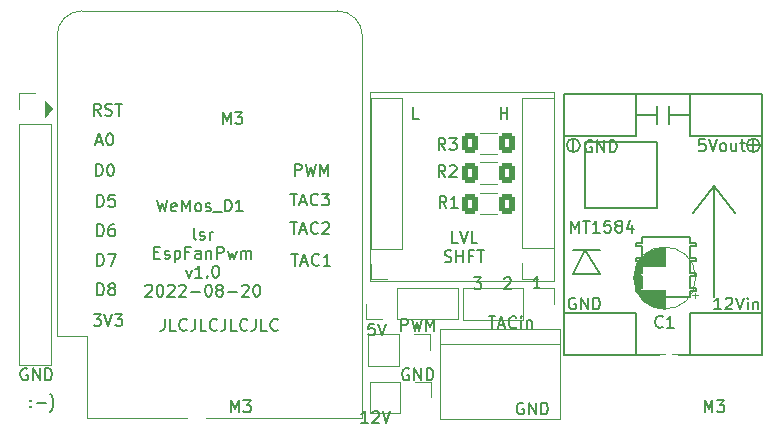
<source format=gto>
G04 #@! TF.GenerationSoftware,KiCad,Pcbnew,6.0.2+dfsg-1*
G04 #@! TF.CreationDate,2022-08-21T17:24:24+02:00*
G04 #@! TF.ProjectId,EspFanPwm,45737046-616e-4507-976d-2e6b69636164,rev?*
G04 #@! TF.SameCoordinates,Original*
G04 #@! TF.FileFunction,Legend,Top*
G04 #@! TF.FilePolarity,Positive*
%FSLAX46Y46*%
G04 Gerber Fmt 4.6, Leading zero omitted, Abs format (unit mm)*
G04 Created by KiCad (PCBNEW 6.0.2+dfsg-1) date 2022-08-21 17:24:24*
%MOMM*%
%LPD*%
G01*
G04 APERTURE LIST*
G04 Aperture macros list*
%AMRoundRect*
0 Rectangle with rounded corners*
0 $1 Rounding radius*
0 $2 $3 $4 $5 $6 $7 $8 $9 X,Y pos of 4 corners*
0 Add a 4 corners polygon primitive as box body*
4,1,4,$2,$3,$4,$5,$6,$7,$8,$9,$2,$3,0*
0 Add four circle primitives for the rounded corners*
1,1,$1+$1,$2,$3*
1,1,$1+$1,$4,$5*
1,1,$1+$1,$6,$7*
1,1,$1+$1,$8,$9*
0 Add four rect primitives between the rounded corners*
20,1,$1+$1,$2,$3,$4,$5,0*
20,1,$1+$1,$4,$5,$6,$7,0*
20,1,$1+$1,$6,$7,$8,$9,0*
20,1,$1+$1,$8,$9,$2,$3,0*%
G04 Aperture macros list end*
%ADD10C,0.150000*%
%ADD11C,0.200000*%
%ADD12C,0.120000*%
%ADD13R,1.524000X1.524000*%
%ADD14C,1.524000*%
%ADD15RoundRect,0.250000X-0.400000X-0.625000X0.400000X-0.625000X0.400000X0.625000X-0.400000X0.625000X0*%
%ADD16RoundRect,0.250000X0.400000X0.625000X-0.400000X0.625000X-0.400000X-0.625000X0.400000X-0.625000X0*%
%ADD17R,1.700000X1.700000*%
%ADD18O,1.700000X1.700000*%
%ADD19C,5.600000*%
%ADD20R,1.600000X1.600000*%
%ADD21C,1.600000*%
%ADD22R,3.000000X3.000000*%
%ADD23C,3.000000*%
%ADD24R,2.000000X2.000000*%
%ADD25O,2.000000X1.600000*%
G04 APERTURE END LIST*
D10*
X144695238Y-102152380D02*
X145266666Y-102152380D01*
X144980952Y-103152380D02*
X144980952Y-102152380D01*
X145552380Y-102866666D02*
X146028571Y-102866666D01*
X145457142Y-103152380D02*
X145790476Y-102152380D01*
X146123809Y-103152380D01*
X147028571Y-103057142D02*
X146980952Y-103104761D01*
X146838095Y-103152380D01*
X146742857Y-103152380D01*
X146600000Y-103104761D01*
X146504761Y-103009523D01*
X146457142Y-102914285D01*
X146409523Y-102723809D01*
X146409523Y-102580952D01*
X146457142Y-102390476D01*
X146504761Y-102295238D01*
X146600000Y-102200000D01*
X146742857Y-102152380D01*
X146838095Y-102152380D01*
X146980952Y-102200000D01*
X147028571Y-102247619D01*
X147457142Y-103152380D02*
X147457142Y-102485714D01*
X147457142Y-102152380D02*
X147409523Y-102200000D01*
X147457142Y-102247619D01*
X147504761Y-102200000D01*
X147457142Y-102152380D01*
X147457142Y-102247619D01*
X147933333Y-102485714D02*
X147933333Y-103152380D01*
X147933333Y-102580952D02*
X147980952Y-102533333D01*
X148076190Y-102485714D01*
X148219047Y-102485714D01*
X148314285Y-102533333D01*
X148361904Y-102628571D01*
X148361904Y-103152380D01*
X145714285Y-85452380D02*
X145714285Y-84452380D01*
X145714285Y-84928571D02*
X146285714Y-84928571D01*
X146285714Y-85452380D02*
X146285714Y-84452380D01*
X146014285Y-98947619D02*
X146061904Y-98900000D01*
X146157142Y-98852380D01*
X146395238Y-98852380D01*
X146490476Y-98900000D01*
X146538095Y-98947619D01*
X146585714Y-99042857D01*
X146585714Y-99138095D01*
X146538095Y-99280952D01*
X145966666Y-99852380D01*
X146585714Y-99852380D01*
D11*
X117280952Y-102352380D02*
X117280952Y-103066666D01*
X117233333Y-103209523D01*
X117138095Y-103304761D01*
X116995238Y-103352380D01*
X116900000Y-103352380D01*
X118233333Y-103352380D02*
X117757142Y-103352380D01*
X117757142Y-102352380D01*
X119138095Y-103257142D02*
X119090476Y-103304761D01*
X118947619Y-103352380D01*
X118852380Y-103352380D01*
X118709523Y-103304761D01*
X118614285Y-103209523D01*
X118566666Y-103114285D01*
X118519047Y-102923809D01*
X118519047Y-102780952D01*
X118566666Y-102590476D01*
X118614285Y-102495238D01*
X118709523Y-102400000D01*
X118852380Y-102352380D01*
X118947619Y-102352380D01*
X119090476Y-102400000D01*
X119138095Y-102447619D01*
X119852380Y-102352380D02*
X119852380Y-103066666D01*
X119804761Y-103209523D01*
X119709523Y-103304761D01*
X119566666Y-103352380D01*
X119471428Y-103352380D01*
X120804761Y-103352380D02*
X120328571Y-103352380D01*
X120328571Y-102352380D01*
X121709523Y-103257142D02*
X121661904Y-103304761D01*
X121519047Y-103352380D01*
X121423809Y-103352380D01*
X121280952Y-103304761D01*
X121185714Y-103209523D01*
X121138095Y-103114285D01*
X121090476Y-102923809D01*
X121090476Y-102780952D01*
X121138095Y-102590476D01*
X121185714Y-102495238D01*
X121280952Y-102400000D01*
X121423809Y-102352380D01*
X121519047Y-102352380D01*
X121661904Y-102400000D01*
X121709523Y-102447619D01*
X122423809Y-102352380D02*
X122423809Y-103066666D01*
X122376190Y-103209523D01*
X122280952Y-103304761D01*
X122138095Y-103352380D01*
X122042857Y-103352380D01*
X123376190Y-103352380D02*
X122900000Y-103352380D01*
X122900000Y-102352380D01*
X124280952Y-103257142D02*
X124233333Y-103304761D01*
X124090476Y-103352380D01*
X123995238Y-103352380D01*
X123852380Y-103304761D01*
X123757142Y-103209523D01*
X123709523Y-103114285D01*
X123661904Y-102923809D01*
X123661904Y-102780952D01*
X123709523Y-102590476D01*
X123757142Y-102495238D01*
X123852380Y-102400000D01*
X123995238Y-102352380D01*
X124090476Y-102352380D01*
X124233333Y-102400000D01*
X124280952Y-102447619D01*
X124995238Y-102352380D02*
X124995238Y-103066666D01*
X124947619Y-103209523D01*
X124852380Y-103304761D01*
X124709523Y-103352380D01*
X124614285Y-103352380D01*
X125947619Y-103352380D02*
X125471428Y-103352380D01*
X125471428Y-102352380D01*
X126852380Y-103257142D02*
X126804761Y-103304761D01*
X126661904Y-103352380D01*
X126566666Y-103352380D01*
X126423809Y-103304761D01*
X126328571Y-103209523D01*
X126280952Y-103114285D01*
X126233333Y-102923809D01*
X126233333Y-102780952D01*
X126280952Y-102590476D01*
X126328571Y-102495238D01*
X126423809Y-102400000D01*
X126566666Y-102352380D01*
X126661904Y-102352380D01*
X126804761Y-102400000D01*
X126852380Y-102447619D01*
D10*
X127909523Y-94152380D02*
X128480952Y-94152380D01*
X128195238Y-95152380D02*
X128195238Y-94152380D01*
X128766666Y-94866666D02*
X129242857Y-94866666D01*
X128671428Y-95152380D02*
X129004761Y-94152380D01*
X129338095Y-95152380D01*
X130242857Y-95057142D02*
X130195238Y-95104761D01*
X130052380Y-95152380D01*
X129957142Y-95152380D01*
X129814285Y-95104761D01*
X129719047Y-95009523D01*
X129671428Y-94914285D01*
X129623809Y-94723809D01*
X129623809Y-94580952D01*
X129671428Y-94390476D01*
X129719047Y-94295238D01*
X129814285Y-94200000D01*
X129957142Y-94152380D01*
X130052380Y-94152380D01*
X130195238Y-94200000D01*
X130242857Y-94247619D01*
X130623809Y-94247619D02*
X130671428Y-94200000D01*
X130766666Y-94152380D01*
X131004761Y-94152380D01*
X131100000Y-94200000D01*
X131147619Y-94247619D01*
X131195238Y-94342857D01*
X131195238Y-94438095D01*
X131147619Y-94580952D01*
X130576190Y-95152380D01*
X131195238Y-95152380D01*
X134480952Y-111152380D02*
X133909523Y-111152380D01*
X134195238Y-111152380D02*
X134195238Y-110152380D01*
X134100000Y-110295238D01*
X134004761Y-110390476D01*
X133909523Y-110438095D01*
X134861904Y-110247619D02*
X134909523Y-110200000D01*
X135004761Y-110152380D01*
X135242857Y-110152380D01*
X135338095Y-110200000D01*
X135385714Y-110247619D01*
X135433333Y-110342857D01*
X135433333Y-110438095D01*
X135385714Y-110580952D01*
X134814285Y-111152380D01*
X135433333Y-111152380D01*
X135719047Y-110152380D02*
X136052380Y-111152380D01*
X136385714Y-110152380D01*
X163019047Y-87152380D02*
X162542857Y-87152380D01*
X162495238Y-87628571D01*
X162542857Y-87580952D01*
X162638095Y-87533333D01*
X162876190Y-87533333D01*
X162971428Y-87580952D01*
X163019047Y-87628571D01*
X163066666Y-87723809D01*
X163066666Y-87961904D01*
X163019047Y-88057142D01*
X162971428Y-88104761D01*
X162876190Y-88152380D01*
X162638095Y-88152380D01*
X162542857Y-88104761D01*
X162495238Y-88057142D01*
X163352380Y-87152380D02*
X163685714Y-88152380D01*
X164019047Y-87152380D01*
X164495238Y-88152380D02*
X164400000Y-88104761D01*
X164352380Y-88057142D01*
X164304761Y-87961904D01*
X164304761Y-87676190D01*
X164352380Y-87580952D01*
X164400000Y-87533333D01*
X164495238Y-87485714D01*
X164638095Y-87485714D01*
X164733333Y-87533333D01*
X164780952Y-87580952D01*
X164828571Y-87676190D01*
X164828571Y-87961904D01*
X164780952Y-88057142D01*
X164733333Y-88104761D01*
X164638095Y-88152380D01*
X164495238Y-88152380D01*
X165685714Y-87485714D02*
X165685714Y-88152380D01*
X165257142Y-87485714D02*
X165257142Y-88009523D01*
X165304761Y-88104761D01*
X165400000Y-88152380D01*
X165542857Y-88152380D01*
X165638095Y-88104761D01*
X165685714Y-88057142D01*
X166019047Y-87485714D02*
X166400000Y-87485714D01*
X166161904Y-87152380D02*
X166161904Y-88009523D01*
X166209523Y-88104761D01*
X166304761Y-88152380D01*
X166400000Y-88152380D01*
X162990476Y-110252380D02*
X162990476Y-109252380D01*
X163323809Y-109966666D01*
X163657142Y-109252380D01*
X163657142Y-110252380D01*
X164038095Y-109252380D02*
X164657142Y-109252380D01*
X164323809Y-109633333D01*
X164466666Y-109633333D01*
X164561904Y-109680952D01*
X164609523Y-109728571D01*
X164657142Y-109823809D01*
X164657142Y-110061904D01*
X164609523Y-110157142D01*
X164561904Y-110204761D01*
X164466666Y-110252380D01*
X164180952Y-110252380D01*
X164085714Y-110204761D01*
X164038095Y-110157142D01*
X111561904Y-95352380D02*
X111561904Y-94352380D01*
X111800000Y-94352380D01*
X111942857Y-94400000D01*
X112038095Y-94495238D01*
X112085714Y-94590476D01*
X112133333Y-94780952D01*
X112133333Y-94923809D01*
X112085714Y-95114285D01*
X112038095Y-95209523D01*
X111942857Y-95304761D01*
X111800000Y-95352380D01*
X111561904Y-95352380D01*
X112990476Y-94352380D02*
X112800000Y-94352380D01*
X112704761Y-94400000D01*
X112657142Y-94447619D01*
X112561904Y-94590476D01*
X112514285Y-94780952D01*
X112514285Y-95161904D01*
X112561904Y-95257142D01*
X112609523Y-95304761D01*
X112704761Y-95352380D01*
X112895238Y-95352380D01*
X112990476Y-95304761D01*
X113038095Y-95257142D01*
X113085714Y-95161904D01*
X113085714Y-94923809D01*
X113038095Y-94828571D01*
X112990476Y-94780952D01*
X112895238Y-94733333D01*
X112704761Y-94733333D01*
X112609523Y-94780952D01*
X112561904Y-94828571D01*
X112514285Y-94923809D01*
X111561904Y-97852380D02*
X111561904Y-96852380D01*
X111800000Y-96852380D01*
X111942857Y-96900000D01*
X112038095Y-96995238D01*
X112085714Y-97090476D01*
X112133333Y-97280952D01*
X112133333Y-97423809D01*
X112085714Y-97614285D01*
X112038095Y-97709523D01*
X111942857Y-97804761D01*
X111800000Y-97852380D01*
X111561904Y-97852380D01*
X112466666Y-96852380D02*
X113133333Y-96852380D01*
X112704761Y-97852380D01*
X147638095Y-109500000D02*
X147542857Y-109452380D01*
X147400000Y-109452380D01*
X147257142Y-109500000D01*
X147161904Y-109595238D01*
X147114285Y-109690476D01*
X147066666Y-109880952D01*
X147066666Y-110023809D01*
X147114285Y-110214285D01*
X147161904Y-110309523D01*
X147257142Y-110404761D01*
X147400000Y-110452380D01*
X147495238Y-110452380D01*
X147638095Y-110404761D01*
X147685714Y-110357142D01*
X147685714Y-110023809D01*
X147495238Y-110023809D01*
X148114285Y-110452380D02*
X148114285Y-109452380D01*
X148685714Y-110452380D01*
X148685714Y-109452380D01*
X149161904Y-110452380D02*
X149161904Y-109452380D01*
X149400000Y-109452380D01*
X149542857Y-109500000D01*
X149638095Y-109595238D01*
X149685714Y-109690476D01*
X149733333Y-109880952D01*
X149733333Y-110023809D01*
X149685714Y-110214285D01*
X149638095Y-110309523D01*
X149542857Y-110404761D01*
X149400000Y-110452380D01*
X149161904Y-110452380D01*
X164390476Y-101552380D02*
X163819047Y-101552380D01*
X164104761Y-101552380D02*
X164104761Y-100552380D01*
X164009523Y-100695238D01*
X163914285Y-100790476D01*
X163819047Y-100838095D01*
X164771428Y-100647619D02*
X164819047Y-100600000D01*
X164914285Y-100552380D01*
X165152380Y-100552380D01*
X165247619Y-100600000D01*
X165295238Y-100647619D01*
X165342857Y-100742857D01*
X165342857Y-100838095D01*
X165295238Y-100980952D01*
X164723809Y-101552380D01*
X165342857Y-101552380D01*
X165628571Y-100552380D02*
X165961904Y-101552380D01*
X166295238Y-100552380D01*
X166628571Y-101552380D02*
X166628571Y-100885714D01*
X166628571Y-100552380D02*
X166580952Y-100600000D01*
X166628571Y-100647619D01*
X166676190Y-100600000D01*
X166628571Y-100552380D01*
X166628571Y-100647619D01*
X167104761Y-100885714D02*
X167104761Y-101552380D01*
X167104761Y-100980952D02*
X167152380Y-100933333D01*
X167247619Y-100885714D01*
X167390476Y-100885714D01*
X167485714Y-100933333D01*
X167533333Y-101028571D01*
X167533333Y-101552380D01*
X122890476Y-110252380D02*
X122890476Y-109252380D01*
X123223809Y-109966666D01*
X123557142Y-109252380D01*
X123557142Y-110252380D01*
X123938095Y-109252380D02*
X124557142Y-109252380D01*
X124223809Y-109633333D01*
X124366666Y-109633333D01*
X124461904Y-109680952D01*
X124509523Y-109728571D01*
X124557142Y-109823809D01*
X124557142Y-110061904D01*
X124509523Y-110157142D01*
X124461904Y-110204761D01*
X124366666Y-110252380D01*
X124080952Y-110252380D01*
X123985714Y-110204761D01*
X123938095Y-110157142D01*
X111461904Y-90252380D02*
X111461904Y-89252380D01*
X111700000Y-89252380D01*
X111842857Y-89300000D01*
X111938095Y-89395238D01*
X111985714Y-89490476D01*
X112033333Y-89680952D01*
X112033333Y-89823809D01*
X111985714Y-90014285D01*
X111938095Y-90109523D01*
X111842857Y-90204761D01*
X111700000Y-90252380D01*
X111461904Y-90252380D01*
X112652380Y-89252380D02*
X112747619Y-89252380D01*
X112842857Y-89300000D01*
X112890476Y-89347619D01*
X112938095Y-89442857D01*
X112985714Y-89633333D01*
X112985714Y-89871428D01*
X112938095Y-90061904D01*
X112890476Y-90157142D01*
X112842857Y-90204761D01*
X112747619Y-90252380D01*
X112652380Y-90252380D01*
X112557142Y-90204761D01*
X112509523Y-90157142D01*
X112461904Y-90061904D01*
X112414285Y-89871428D01*
X112414285Y-89633333D01*
X112461904Y-89442857D01*
X112509523Y-89347619D01*
X112557142Y-89300000D01*
X112652380Y-89252380D01*
X111852380Y-85152380D02*
X111519047Y-84676190D01*
X111280952Y-85152380D02*
X111280952Y-84152380D01*
X111661904Y-84152380D01*
X111757142Y-84200000D01*
X111804761Y-84247619D01*
X111852380Y-84342857D01*
X111852380Y-84485714D01*
X111804761Y-84580952D01*
X111757142Y-84628571D01*
X111661904Y-84676190D01*
X111280952Y-84676190D01*
X112233333Y-85104761D02*
X112376190Y-85152380D01*
X112614285Y-85152380D01*
X112709523Y-85104761D01*
X112757142Y-85057142D01*
X112804761Y-84961904D01*
X112804761Y-84866666D01*
X112757142Y-84771428D01*
X112709523Y-84723809D01*
X112614285Y-84676190D01*
X112423809Y-84628571D01*
X112328571Y-84580952D01*
X112280952Y-84533333D01*
X112233333Y-84438095D01*
X112233333Y-84342857D01*
X112280952Y-84247619D01*
X112328571Y-84200000D01*
X112423809Y-84152380D01*
X112661904Y-84152380D01*
X112804761Y-84200000D01*
X113090476Y-84152380D02*
X113661904Y-84152380D01*
X113376190Y-85152380D02*
X113376190Y-84152380D01*
X135009523Y-102752380D02*
X134533333Y-102752380D01*
X134485714Y-103228571D01*
X134533333Y-103180952D01*
X134628571Y-103133333D01*
X134866666Y-103133333D01*
X134961904Y-103180952D01*
X135009523Y-103228571D01*
X135057142Y-103323809D01*
X135057142Y-103561904D01*
X135009523Y-103657142D01*
X134961904Y-103704761D01*
X134866666Y-103752380D01*
X134628571Y-103752380D01*
X134533333Y-103704761D01*
X134485714Y-103657142D01*
X135342857Y-102752380D02*
X135676190Y-103752380D01*
X136009523Y-102752380D01*
X111561904Y-92852380D02*
X111561904Y-91852380D01*
X111800000Y-91852380D01*
X111942857Y-91900000D01*
X112038095Y-91995238D01*
X112085714Y-92090476D01*
X112133333Y-92280952D01*
X112133333Y-92423809D01*
X112085714Y-92614285D01*
X112038095Y-92709523D01*
X111942857Y-92804761D01*
X111800000Y-92852380D01*
X111561904Y-92852380D01*
X113038095Y-91852380D02*
X112561904Y-91852380D01*
X112514285Y-92328571D01*
X112561904Y-92280952D01*
X112657142Y-92233333D01*
X112895238Y-92233333D01*
X112990476Y-92280952D01*
X113038095Y-92328571D01*
X113085714Y-92423809D01*
X113085714Y-92661904D01*
X113038095Y-92757142D01*
X112990476Y-92804761D01*
X112895238Y-92852380D01*
X112657142Y-92852380D01*
X112561904Y-92804761D01*
X112514285Y-92757142D01*
X143466666Y-98852380D02*
X144085714Y-98852380D01*
X143752380Y-99233333D01*
X143895238Y-99233333D01*
X143990476Y-99280952D01*
X144038095Y-99328571D01*
X144085714Y-99423809D01*
X144085714Y-99661904D01*
X144038095Y-99757142D01*
X143990476Y-99804761D01*
X143895238Y-99852380D01*
X143609523Y-99852380D01*
X143514285Y-99804761D01*
X143466666Y-99757142D01*
X149085714Y-99752380D02*
X148514285Y-99752380D01*
X148800000Y-99752380D02*
X148800000Y-98752380D01*
X148704761Y-98895238D01*
X148609523Y-98990476D01*
X148514285Y-99038095D01*
X105638095Y-106600000D02*
X105542857Y-106552380D01*
X105400000Y-106552380D01*
X105257142Y-106600000D01*
X105161904Y-106695238D01*
X105114285Y-106790476D01*
X105066666Y-106980952D01*
X105066666Y-107123809D01*
X105114285Y-107314285D01*
X105161904Y-107409523D01*
X105257142Y-107504761D01*
X105400000Y-107552380D01*
X105495238Y-107552380D01*
X105638095Y-107504761D01*
X105685714Y-107457142D01*
X105685714Y-107123809D01*
X105495238Y-107123809D01*
X106114285Y-107552380D02*
X106114285Y-106552380D01*
X106685714Y-107552380D01*
X106685714Y-106552380D01*
X107161904Y-107552380D02*
X107161904Y-106552380D01*
X107400000Y-106552380D01*
X107542857Y-106600000D01*
X107638095Y-106695238D01*
X107685714Y-106790476D01*
X107733333Y-106980952D01*
X107733333Y-107123809D01*
X107685714Y-107314285D01*
X107638095Y-107409523D01*
X107542857Y-107504761D01*
X107400000Y-107552380D01*
X107161904Y-107552380D01*
X122190476Y-85852380D02*
X122190476Y-84852380D01*
X122523809Y-85566666D01*
X122857142Y-84852380D01*
X122857142Y-85852380D01*
X123238095Y-84852380D02*
X123857142Y-84852380D01*
X123523809Y-85233333D01*
X123666666Y-85233333D01*
X123761904Y-85280952D01*
X123809523Y-85328571D01*
X123857142Y-85423809D01*
X123857142Y-85661904D01*
X123809523Y-85757142D01*
X123761904Y-85804761D01*
X123666666Y-85852380D01*
X123380952Y-85852380D01*
X123285714Y-85804761D01*
X123238095Y-85757142D01*
X111261904Y-101952380D02*
X111880952Y-101952380D01*
X111547619Y-102333333D01*
X111690476Y-102333333D01*
X111785714Y-102380952D01*
X111833333Y-102428571D01*
X111880952Y-102523809D01*
X111880952Y-102761904D01*
X111833333Y-102857142D01*
X111785714Y-102904761D01*
X111690476Y-102952380D01*
X111404761Y-102952380D01*
X111309523Y-102904761D01*
X111261904Y-102857142D01*
X112166666Y-101952380D02*
X112500000Y-102952380D01*
X112833333Y-101952380D01*
X113071428Y-101952380D02*
X113690476Y-101952380D01*
X113357142Y-102333333D01*
X113500000Y-102333333D01*
X113595238Y-102380952D01*
X113642857Y-102428571D01*
X113690476Y-102523809D01*
X113690476Y-102761904D01*
X113642857Y-102857142D01*
X113595238Y-102904761D01*
X113500000Y-102952380D01*
X113214285Y-102952380D01*
X113119047Y-102904761D01*
X113071428Y-102857142D01*
X111485714Y-87366666D02*
X111961904Y-87366666D01*
X111390476Y-87652380D02*
X111723809Y-86652380D01*
X112057142Y-87652380D01*
X112580952Y-86652380D02*
X112676190Y-86652380D01*
X112771428Y-86700000D01*
X112819047Y-86747619D01*
X112866666Y-86842857D01*
X112914285Y-87033333D01*
X112914285Y-87271428D01*
X112866666Y-87461904D01*
X112819047Y-87557142D01*
X112771428Y-87604761D01*
X112676190Y-87652380D01*
X112580952Y-87652380D01*
X112485714Y-87604761D01*
X112438095Y-87557142D01*
X112390476Y-87461904D01*
X112342857Y-87271428D01*
X112342857Y-87033333D01*
X112390476Y-86842857D01*
X112438095Y-86747619D01*
X112485714Y-86700000D01*
X112580952Y-86652380D01*
X105947619Y-109757142D02*
X105995238Y-109804761D01*
X105947619Y-109852380D01*
X105900000Y-109804761D01*
X105947619Y-109757142D01*
X105947619Y-109852380D01*
X105947619Y-109233333D02*
X105995238Y-109280952D01*
X105947619Y-109328571D01*
X105900000Y-109280952D01*
X105947619Y-109233333D01*
X105947619Y-109328571D01*
X106423809Y-109471428D02*
X107185714Y-109471428D01*
X107566666Y-110233333D02*
X107614285Y-110185714D01*
X107709523Y-110042857D01*
X107757142Y-109947619D01*
X107804761Y-109804761D01*
X107852380Y-109566666D01*
X107852380Y-109376190D01*
X107804761Y-109138095D01*
X107757142Y-108995238D01*
X107709523Y-108900000D01*
X107614285Y-108757142D01*
X107566666Y-108709523D01*
X119904761Y-95637380D02*
X119809523Y-95589761D01*
X119761904Y-95494523D01*
X119761904Y-94637380D01*
X120238095Y-95589761D02*
X120333333Y-95637380D01*
X120523809Y-95637380D01*
X120619047Y-95589761D01*
X120666666Y-95494523D01*
X120666666Y-95446904D01*
X120619047Y-95351666D01*
X120523809Y-95304047D01*
X120380952Y-95304047D01*
X120285714Y-95256428D01*
X120238095Y-95161190D01*
X120238095Y-95113571D01*
X120285714Y-95018333D01*
X120380952Y-94970714D01*
X120523809Y-94970714D01*
X120619047Y-95018333D01*
X121095238Y-95637380D02*
X121095238Y-94970714D01*
X121095238Y-95161190D02*
X121142857Y-95065952D01*
X121190476Y-95018333D01*
X121285714Y-94970714D01*
X121380952Y-94970714D01*
X116404761Y-96723571D02*
X116738095Y-96723571D01*
X116880952Y-97247380D02*
X116404761Y-97247380D01*
X116404761Y-96247380D01*
X116880952Y-96247380D01*
X117261904Y-97199761D02*
X117357142Y-97247380D01*
X117547619Y-97247380D01*
X117642857Y-97199761D01*
X117690476Y-97104523D01*
X117690476Y-97056904D01*
X117642857Y-96961666D01*
X117547619Y-96914047D01*
X117404761Y-96914047D01*
X117309523Y-96866428D01*
X117261904Y-96771190D01*
X117261904Y-96723571D01*
X117309523Y-96628333D01*
X117404761Y-96580714D01*
X117547619Y-96580714D01*
X117642857Y-96628333D01*
X118119047Y-96580714D02*
X118119047Y-97580714D01*
X118119047Y-96628333D02*
X118214285Y-96580714D01*
X118404761Y-96580714D01*
X118500000Y-96628333D01*
X118547619Y-96675952D01*
X118595238Y-96771190D01*
X118595238Y-97056904D01*
X118547619Y-97152142D01*
X118500000Y-97199761D01*
X118404761Y-97247380D01*
X118214285Y-97247380D01*
X118119047Y-97199761D01*
X119357142Y-96723571D02*
X119023809Y-96723571D01*
X119023809Y-97247380D02*
X119023809Y-96247380D01*
X119500000Y-96247380D01*
X120309523Y-97247380D02*
X120309523Y-96723571D01*
X120261904Y-96628333D01*
X120166666Y-96580714D01*
X119976190Y-96580714D01*
X119880952Y-96628333D01*
X120309523Y-97199761D02*
X120214285Y-97247380D01*
X119976190Y-97247380D01*
X119880952Y-97199761D01*
X119833333Y-97104523D01*
X119833333Y-97009285D01*
X119880952Y-96914047D01*
X119976190Y-96866428D01*
X120214285Y-96866428D01*
X120309523Y-96818809D01*
X120785714Y-96580714D02*
X120785714Y-97247380D01*
X120785714Y-96675952D02*
X120833333Y-96628333D01*
X120928571Y-96580714D01*
X121071428Y-96580714D01*
X121166666Y-96628333D01*
X121214285Y-96723571D01*
X121214285Y-97247380D01*
X121690476Y-97247380D02*
X121690476Y-96247380D01*
X122071428Y-96247380D01*
X122166666Y-96295000D01*
X122214285Y-96342619D01*
X122261904Y-96437857D01*
X122261904Y-96580714D01*
X122214285Y-96675952D01*
X122166666Y-96723571D01*
X122071428Y-96771190D01*
X121690476Y-96771190D01*
X122595238Y-96580714D02*
X122785714Y-97247380D01*
X122976190Y-96771190D01*
X123166666Y-97247380D01*
X123357142Y-96580714D01*
X123738095Y-97247380D02*
X123738095Y-96580714D01*
X123738095Y-96675952D02*
X123785714Y-96628333D01*
X123880952Y-96580714D01*
X124023809Y-96580714D01*
X124119047Y-96628333D01*
X124166666Y-96723571D01*
X124166666Y-97247380D01*
X124166666Y-96723571D02*
X124214285Y-96628333D01*
X124309523Y-96580714D01*
X124452380Y-96580714D01*
X124547619Y-96628333D01*
X124595238Y-96723571D01*
X124595238Y-97247380D01*
X119071428Y-98190714D02*
X119309523Y-98857380D01*
X119547619Y-98190714D01*
X120452380Y-98857380D02*
X119880952Y-98857380D01*
X120166666Y-98857380D02*
X120166666Y-97857380D01*
X120071428Y-98000238D01*
X119976190Y-98095476D01*
X119880952Y-98143095D01*
X120880952Y-98762142D02*
X120928571Y-98809761D01*
X120880952Y-98857380D01*
X120833333Y-98809761D01*
X120880952Y-98762142D01*
X120880952Y-98857380D01*
X121547619Y-97857380D02*
X121642857Y-97857380D01*
X121738095Y-97905000D01*
X121785714Y-97952619D01*
X121833333Y-98047857D01*
X121880952Y-98238333D01*
X121880952Y-98476428D01*
X121833333Y-98666904D01*
X121785714Y-98762142D01*
X121738095Y-98809761D01*
X121642857Y-98857380D01*
X121547619Y-98857380D01*
X121452380Y-98809761D01*
X121404761Y-98762142D01*
X121357142Y-98666904D01*
X121309523Y-98476428D01*
X121309523Y-98238333D01*
X121357142Y-98047857D01*
X121404761Y-97952619D01*
X121452380Y-97905000D01*
X121547619Y-97857380D01*
X115642857Y-99562619D02*
X115690476Y-99515000D01*
X115785714Y-99467380D01*
X116023809Y-99467380D01*
X116119047Y-99515000D01*
X116166666Y-99562619D01*
X116214285Y-99657857D01*
X116214285Y-99753095D01*
X116166666Y-99895952D01*
X115595238Y-100467380D01*
X116214285Y-100467380D01*
X116833333Y-99467380D02*
X116928571Y-99467380D01*
X117023809Y-99515000D01*
X117071428Y-99562619D01*
X117119047Y-99657857D01*
X117166666Y-99848333D01*
X117166666Y-100086428D01*
X117119047Y-100276904D01*
X117071428Y-100372142D01*
X117023809Y-100419761D01*
X116928571Y-100467380D01*
X116833333Y-100467380D01*
X116738095Y-100419761D01*
X116690476Y-100372142D01*
X116642857Y-100276904D01*
X116595238Y-100086428D01*
X116595238Y-99848333D01*
X116642857Y-99657857D01*
X116690476Y-99562619D01*
X116738095Y-99515000D01*
X116833333Y-99467380D01*
X117547619Y-99562619D02*
X117595238Y-99515000D01*
X117690476Y-99467380D01*
X117928571Y-99467380D01*
X118023809Y-99515000D01*
X118071428Y-99562619D01*
X118119047Y-99657857D01*
X118119047Y-99753095D01*
X118071428Y-99895952D01*
X117500000Y-100467380D01*
X118119047Y-100467380D01*
X118500000Y-99562619D02*
X118547619Y-99515000D01*
X118642857Y-99467380D01*
X118880952Y-99467380D01*
X118976190Y-99515000D01*
X119023809Y-99562619D01*
X119071428Y-99657857D01*
X119071428Y-99753095D01*
X119023809Y-99895952D01*
X118452380Y-100467380D01*
X119071428Y-100467380D01*
X119500000Y-100086428D02*
X120261904Y-100086428D01*
X120928571Y-99467380D02*
X121023809Y-99467380D01*
X121119047Y-99515000D01*
X121166666Y-99562619D01*
X121214285Y-99657857D01*
X121261904Y-99848333D01*
X121261904Y-100086428D01*
X121214285Y-100276904D01*
X121166666Y-100372142D01*
X121119047Y-100419761D01*
X121023809Y-100467380D01*
X120928571Y-100467380D01*
X120833333Y-100419761D01*
X120785714Y-100372142D01*
X120738095Y-100276904D01*
X120690476Y-100086428D01*
X120690476Y-99848333D01*
X120738095Y-99657857D01*
X120785714Y-99562619D01*
X120833333Y-99515000D01*
X120928571Y-99467380D01*
X121833333Y-99895952D02*
X121738095Y-99848333D01*
X121690476Y-99800714D01*
X121642857Y-99705476D01*
X121642857Y-99657857D01*
X121690476Y-99562619D01*
X121738095Y-99515000D01*
X121833333Y-99467380D01*
X122023809Y-99467380D01*
X122119047Y-99515000D01*
X122166666Y-99562619D01*
X122214285Y-99657857D01*
X122214285Y-99705476D01*
X122166666Y-99800714D01*
X122119047Y-99848333D01*
X122023809Y-99895952D01*
X121833333Y-99895952D01*
X121738095Y-99943571D01*
X121690476Y-99991190D01*
X121642857Y-100086428D01*
X121642857Y-100276904D01*
X121690476Y-100372142D01*
X121738095Y-100419761D01*
X121833333Y-100467380D01*
X122023809Y-100467380D01*
X122119047Y-100419761D01*
X122166666Y-100372142D01*
X122214285Y-100276904D01*
X122214285Y-100086428D01*
X122166666Y-99991190D01*
X122119047Y-99943571D01*
X122023809Y-99895952D01*
X122642857Y-100086428D02*
X123404761Y-100086428D01*
X123833333Y-99562619D02*
X123880952Y-99515000D01*
X123976190Y-99467380D01*
X124214285Y-99467380D01*
X124309523Y-99515000D01*
X124357142Y-99562619D01*
X124404761Y-99657857D01*
X124404761Y-99753095D01*
X124357142Y-99895952D01*
X123785714Y-100467380D01*
X124404761Y-100467380D01*
X125023809Y-99467380D02*
X125119047Y-99467380D01*
X125214285Y-99515000D01*
X125261904Y-99562619D01*
X125309523Y-99657857D01*
X125357142Y-99848333D01*
X125357142Y-100086428D01*
X125309523Y-100276904D01*
X125261904Y-100372142D01*
X125214285Y-100419761D01*
X125119047Y-100467380D01*
X125023809Y-100467380D01*
X124928571Y-100419761D01*
X124880952Y-100372142D01*
X124833333Y-100276904D01*
X124785714Y-100086428D01*
X124785714Y-99848333D01*
X124833333Y-99657857D01*
X124880952Y-99562619D01*
X124928571Y-99515000D01*
X125023809Y-99467380D01*
X152038095Y-100600000D02*
X151942857Y-100552380D01*
X151800000Y-100552380D01*
X151657142Y-100600000D01*
X151561904Y-100695238D01*
X151514285Y-100790476D01*
X151466666Y-100980952D01*
X151466666Y-101123809D01*
X151514285Y-101314285D01*
X151561904Y-101409523D01*
X151657142Y-101504761D01*
X151800000Y-101552380D01*
X151895238Y-101552380D01*
X152038095Y-101504761D01*
X152085714Y-101457142D01*
X152085714Y-101123809D01*
X151895238Y-101123809D01*
X152514285Y-101552380D02*
X152514285Y-100552380D01*
X153085714Y-101552380D01*
X153085714Y-100552380D01*
X153561904Y-101552380D02*
X153561904Y-100552380D01*
X153800000Y-100552380D01*
X153942857Y-100600000D01*
X154038095Y-100695238D01*
X154085714Y-100790476D01*
X154133333Y-100980952D01*
X154133333Y-101123809D01*
X154085714Y-101314285D01*
X154038095Y-101409523D01*
X153942857Y-101504761D01*
X153800000Y-101552380D01*
X153561904Y-101552380D01*
X127909523Y-91752380D02*
X128480952Y-91752380D01*
X128195238Y-92752380D02*
X128195238Y-91752380D01*
X128766666Y-92466666D02*
X129242857Y-92466666D01*
X128671428Y-92752380D02*
X129004761Y-91752380D01*
X129338095Y-92752380D01*
X130242857Y-92657142D02*
X130195238Y-92704761D01*
X130052380Y-92752380D01*
X129957142Y-92752380D01*
X129814285Y-92704761D01*
X129719047Y-92609523D01*
X129671428Y-92514285D01*
X129623809Y-92323809D01*
X129623809Y-92180952D01*
X129671428Y-91990476D01*
X129719047Y-91895238D01*
X129814285Y-91800000D01*
X129957142Y-91752380D01*
X130052380Y-91752380D01*
X130195238Y-91800000D01*
X130242857Y-91847619D01*
X130576190Y-91752380D02*
X131195238Y-91752380D01*
X130861904Y-92133333D01*
X131004761Y-92133333D01*
X131100000Y-92180952D01*
X131147619Y-92228571D01*
X131195238Y-92323809D01*
X131195238Y-92561904D01*
X131147619Y-92657142D01*
X131100000Y-92704761D01*
X131004761Y-92752380D01*
X130719047Y-92752380D01*
X130623809Y-92704761D01*
X130576190Y-92657142D01*
X111561904Y-100352380D02*
X111561904Y-99352380D01*
X111800000Y-99352380D01*
X111942857Y-99400000D01*
X112038095Y-99495238D01*
X112085714Y-99590476D01*
X112133333Y-99780952D01*
X112133333Y-99923809D01*
X112085714Y-100114285D01*
X112038095Y-100209523D01*
X111942857Y-100304761D01*
X111800000Y-100352380D01*
X111561904Y-100352380D01*
X112704761Y-99780952D02*
X112609523Y-99733333D01*
X112561904Y-99685714D01*
X112514285Y-99590476D01*
X112514285Y-99542857D01*
X112561904Y-99447619D01*
X112609523Y-99400000D01*
X112704761Y-99352380D01*
X112895238Y-99352380D01*
X112990476Y-99400000D01*
X113038095Y-99447619D01*
X113085714Y-99542857D01*
X113085714Y-99590476D01*
X113038095Y-99685714D01*
X112990476Y-99733333D01*
X112895238Y-99780952D01*
X112704761Y-99780952D01*
X112609523Y-99828571D01*
X112561904Y-99876190D01*
X112514285Y-99971428D01*
X112514285Y-100161904D01*
X112561904Y-100257142D01*
X112609523Y-100304761D01*
X112704761Y-100352380D01*
X112895238Y-100352380D01*
X112990476Y-100304761D01*
X113038095Y-100257142D01*
X113085714Y-100161904D01*
X113085714Y-99971428D01*
X113038095Y-99876190D01*
X112990476Y-99828571D01*
X112895238Y-99780952D01*
X137295238Y-103352380D02*
X137295238Y-102352380D01*
X137676190Y-102352380D01*
X137771428Y-102400000D01*
X137819047Y-102447619D01*
X137866666Y-102542857D01*
X137866666Y-102685714D01*
X137819047Y-102780952D01*
X137771428Y-102828571D01*
X137676190Y-102876190D01*
X137295238Y-102876190D01*
X138200000Y-102352380D02*
X138438095Y-103352380D01*
X138628571Y-102638095D01*
X138819047Y-103352380D01*
X139057142Y-102352380D01*
X139438095Y-103352380D02*
X139438095Y-102352380D01*
X139771428Y-103066666D01*
X140104761Y-102352380D01*
X140104761Y-103352380D01*
X137938095Y-106600000D02*
X137842857Y-106552380D01*
X137700000Y-106552380D01*
X137557142Y-106600000D01*
X137461904Y-106695238D01*
X137414285Y-106790476D01*
X137366666Y-106980952D01*
X137366666Y-107123809D01*
X137414285Y-107314285D01*
X137461904Y-107409523D01*
X137557142Y-107504761D01*
X137700000Y-107552380D01*
X137795238Y-107552380D01*
X137938095Y-107504761D01*
X137985714Y-107457142D01*
X137985714Y-107123809D01*
X137795238Y-107123809D01*
X138414285Y-107552380D02*
X138414285Y-106552380D01*
X138985714Y-107552380D01*
X138985714Y-106552380D01*
X139461904Y-107552380D02*
X139461904Y-106552380D01*
X139700000Y-106552380D01*
X139842857Y-106600000D01*
X139938095Y-106695238D01*
X139985714Y-106790476D01*
X140033333Y-106980952D01*
X140033333Y-107123809D01*
X139985714Y-107314285D01*
X139938095Y-107409523D01*
X139842857Y-107504761D01*
X139700000Y-107552380D01*
X139461904Y-107552380D01*
X142076190Y-95947380D02*
X141600000Y-95947380D01*
X141600000Y-94947380D01*
X142266666Y-94947380D02*
X142600000Y-95947380D01*
X142933333Y-94947380D01*
X143742857Y-95947380D02*
X143266666Y-95947380D01*
X143266666Y-94947380D01*
X140980952Y-97509761D02*
X141123809Y-97557380D01*
X141361904Y-97557380D01*
X141457142Y-97509761D01*
X141504761Y-97462142D01*
X141552380Y-97366904D01*
X141552380Y-97271666D01*
X141504761Y-97176428D01*
X141457142Y-97128809D01*
X141361904Y-97081190D01*
X141171428Y-97033571D01*
X141076190Y-96985952D01*
X141028571Y-96938333D01*
X140980952Y-96843095D01*
X140980952Y-96747857D01*
X141028571Y-96652619D01*
X141076190Y-96605000D01*
X141171428Y-96557380D01*
X141409523Y-96557380D01*
X141552380Y-96605000D01*
X141980952Y-97557380D02*
X141980952Y-96557380D01*
X141980952Y-97033571D02*
X142552380Y-97033571D01*
X142552380Y-97557380D02*
X142552380Y-96557380D01*
X143361904Y-97033571D02*
X143028571Y-97033571D01*
X143028571Y-97557380D02*
X143028571Y-96557380D01*
X143504761Y-96557380D01*
X143742857Y-96557380D02*
X144314285Y-96557380D01*
X144028571Y-97557380D02*
X144028571Y-96557380D01*
X128009523Y-96852380D02*
X128580952Y-96852380D01*
X128295238Y-97852380D02*
X128295238Y-96852380D01*
X128866666Y-97566666D02*
X129342857Y-97566666D01*
X128771428Y-97852380D02*
X129104761Y-96852380D01*
X129438095Y-97852380D01*
X130342857Y-97757142D02*
X130295238Y-97804761D01*
X130152380Y-97852380D01*
X130057142Y-97852380D01*
X129914285Y-97804761D01*
X129819047Y-97709523D01*
X129771428Y-97614285D01*
X129723809Y-97423809D01*
X129723809Y-97280952D01*
X129771428Y-97090476D01*
X129819047Y-96995238D01*
X129914285Y-96900000D01*
X130057142Y-96852380D01*
X130152380Y-96852380D01*
X130295238Y-96900000D01*
X130342857Y-96947619D01*
X131295238Y-97852380D02*
X130723809Y-97852380D01*
X131009523Y-97852380D02*
X131009523Y-96852380D01*
X130914285Y-96995238D01*
X130819047Y-97090476D01*
X130723809Y-97138095D01*
X153438095Y-87300000D02*
X153342857Y-87252380D01*
X153200000Y-87252380D01*
X153057142Y-87300000D01*
X152961904Y-87395238D01*
X152914285Y-87490476D01*
X152866666Y-87680952D01*
X152866666Y-87823809D01*
X152914285Y-88014285D01*
X152961904Y-88109523D01*
X153057142Y-88204761D01*
X153200000Y-88252380D01*
X153295238Y-88252380D01*
X153438095Y-88204761D01*
X153485714Y-88157142D01*
X153485714Y-87823809D01*
X153295238Y-87823809D01*
X153914285Y-88252380D02*
X153914285Y-87252380D01*
X154485714Y-88252380D01*
X154485714Y-87252380D01*
X154961904Y-88252380D02*
X154961904Y-87252380D01*
X155200000Y-87252380D01*
X155342857Y-87300000D01*
X155438095Y-87395238D01*
X155485714Y-87490476D01*
X155533333Y-87680952D01*
X155533333Y-87823809D01*
X155485714Y-88014285D01*
X155438095Y-88109523D01*
X155342857Y-88204761D01*
X155200000Y-88252380D01*
X154961904Y-88252380D01*
X138809523Y-85452380D02*
X138333333Y-85452380D01*
X138333333Y-84452380D01*
X128295238Y-90252380D02*
X128295238Y-89252380D01*
X128676190Y-89252380D01*
X128771428Y-89300000D01*
X128819047Y-89347619D01*
X128866666Y-89442857D01*
X128866666Y-89585714D01*
X128819047Y-89680952D01*
X128771428Y-89728571D01*
X128676190Y-89776190D01*
X128295238Y-89776190D01*
X129200000Y-89252380D02*
X129438095Y-90252380D01*
X129628571Y-89538095D01*
X129819047Y-90252380D01*
X130057142Y-89252380D01*
X130438095Y-90252380D02*
X130438095Y-89252380D01*
X130771428Y-89966666D01*
X131104761Y-89252380D01*
X131104761Y-90252380D01*
X141033333Y-88052380D02*
X140700000Y-87576190D01*
X140461904Y-88052380D02*
X140461904Y-87052380D01*
X140842857Y-87052380D01*
X140938095Y-87100000D01*
X140985714Y-87147619D01*
X141033333Y-87242857D01*
X141033333Y-87385714D01*
X140985714Y-87480952D01*
X140938095Y-87528571D01*
X140842857Y-87576190D01*
X140461904Y-87576190D01*
X141366666Y-87052380D02*
X141985714Y-87052380D01*
X141652380Y-87433333D01*
X141795238Y-87433333D01*
X141890476Y-87480952D01*
X141938095Y-87528571D01*
X141985714Y-87623809D01*
X141985714Y-87861904D01*
X141938095Y-87957142D01*
X141890476Y-88004761D01*
X141795238Y-88052380D01*
X141509523Y-88052380D01*
X141414285Y-88004761D01*
X141366666Y-87957142D01*
X141033333Y-90352380D02*
X140700000Y-89876190D01*
X140461904Y-90352380D02*
X140461904Y-89352380D01*
X140842857Y-89352380D01*
X140938095Y-89400000D01*
X140985714Y-89447619D01*
X141033333Y-89542857D01*
X141033333Y-89685714D01*
X140985714Y-89780952D01*
X140938095Y-89828571D01*
X140842857Y-89876190D01*
X140461904Y-89876190D01*
X141414285Y-89447619D02*
X141461904Y-89400000D01*
X141557142Y-89352380D01*
X141795238Y-89352380D01*
X141890476Y-89400000D01*
X141938095Y-89447619D01*
X141985714Y-89542857D01*
X141985714Y-89638095D01*
X141938095Y-89780952D01*
X141366666Y-90352380D01*
X141985714Y-90352380D01*
X141133333Y-92952380D02*
X140800000Y-92476190D01*
X140561904Y-92952380D02*
X140561904Y-91952380D01*
X140942857Y-91952380D01*
X141038095Y-92000000D01*
X141085714Y-92047619D01*
X141133333Y-92142857D01*
X141133333Y-92285714D01*
X141085714Y-92380952D01*
X141038095Y-92428571D01*
X140942857Y-92476190D01*
X140561904Y-92476190D01*
X142085714Y-92952380D02*
X141514285Y-92952380D01*
X141800000Y-92952380D02*
X141800000Y-91952380D01*
X141704761Y-92095238D01*
X141609523Y-92190476D01*
X141514285Y-92238095D01*
X159433333Y-103007142D02*
X159385714Y-103054761D01*
X159242857Y-103102380D01*
X159147619Y-103102380D01*
X159004761Y-103054761D01*
X158909523Y-102959523D01*
X158861904Y-102864285D01*
X158814285Y-102673809D01*
X158814285Y-102530952D01*
X158861904Y-102340476D01*
X158909523Y-102245238D01*
X159004761Y-102150000D01*
X159147619Y-102102380D01*
X159242857Y-102102380D01*
X159385714Y-102150000D01*
X159433333Y-102197619D01*
X160385714Y-103102380D02*
X159814285Y-103102380D01*
X160100000Y-103102380D02*
X160100000Y-102102380D01*
X160004761Y-102245238D01*
X159909523Y-102340476D01*
X159814285Y-102388095D01*
X116657142Y-92252380D02*
X116895238Y-93252380D01*
X117085714Y-92538095D01*
X117276190Y-93252380D01*
X117514285Y-92252380D01*
X118276190Y-93204761D02*
X118180952Y-93252380D01*
X117990476Y-93252380D01*
X117895238Y-93204761D01*
X117847619Y-93109523D01*
X117847619Y-92728571D01*
X117895238Y-92633333D01*
X117990476Y-92585714D01*
X118180952Y-92585714D01*
X118276190Y-92633333D01*
X118323809Y-92728571D01*
X118323809Y-92823809D01*
X117847619Y-92919047D01*
X118752380Y-93252380D02*
X118752380Y-92252380D01*
X119085714Y-92966666D01*
X119419047Y-92252380D01*
X119419047Y-93252380D01*
X120038095Y-93252380D02*
X119942857Y-93204761D01*
X119895238Y-93157142D01*
X119847619Y-93061904D01*
X119847619Y-92776190D01*
X119895238Y-92680952D01*
X119942857Y-92633333D01*
X120038095Y-92585714D01*
X120180952Y-92585714D01*
X120276190Y-92633333D01*
X120323809Y-92680952D01*
X120371428Y-92776190D01*
X120371428Y-93061904D01*
X120323809Y-93157142D01*
X120276190Y-93204761D01*
X120180952Y-93252380D01*
X120038095Y-93252380D01*
X120752380Y-93204761D02*
X120847619Y-93252380D01*
X121038095Y-93252380D01*
X121133333Y-93204761D01*
X121180952Y-93109523D01*
X121180952Y-93061904D01*
X121133333Y-92966666D01*
X121038095Y-92919047D01*
X120895238Y-92919047D01*
X120800000Y-92871428D01*
X120752380Y-92776190D01*
X120752380Y-92728571D01*
X120800000Y-92633333D01*
X120895238Y-92585714D01*
X121038095Y-92585714D01*
X121133333Y-92633333D01*
X121371428Y-93347619D02*
X122133333Y-93347619D01*
X122371428Y-93252380D02*
X122371428Y-92252380D01*
X122609523Y-92252380D01*
X122752380Y-92300000D01*
X122847619Y-92395238D01*
X122895238Y-92490476D01*
X122942857Y-92680952D01*
X122942857Y-92823809D01*
X122895238Y-93014285D01*
X122847619Y-93109523D01*
X122752380Y-93204761D01*
X122609523Y-93252380D01*
X122371428Y-93252380D01*
X123895238Y-93252380D02*
X123323809Y-93252380D01*
X123609523Y-93252380D02*
X123609523Y-92252380D01*
X123514285Y-92395238D01*
X123419047Y-92490476D01*
X123323809Y-92538095D01*
X151680952Y-95052380D02*
X151680952Y-94052380D01*
X152014285Y-94766666D01*
X152347619Y-94052380D01*
X152347619Y-95052380D01*
X152680952Y-94052380D02*
X153252380Y-94052380D01*
X152966666Y-95052380D02*
X152966666Y-94052380D01*
X154109523Y-95052380D02*
X153538095Y-95052380D01*
X153823809Y-95052380D02*
X153823809Y-94052380D01*
X153728571Y-94195238D01*
X153633333Y-94290476D01*
X153538095Y-94338095D01*
X155014285Y-94052380D02*
X154538095Y-94052380D01*
X154490476Y-94528571D01*
X154538095Y-94480952D01*
X154633333Y-94433333D01*
X154871428Y-94433333D01*
X154966666Y-94480952D01*
X155014285Y-94528571D01*
X155061904Y-94623809D01*
X155061904Y-94861904D01*
X155014285Y-94957142D01*
X154966666Y-95004761D01*
X154871428Y-95052380D01*
X154633333Y-95052380D01*
X154538095Y-95004761D01*
X154490476Y-94957142D01*
X155633333Y-94480952D02*
X155538095Y-94433333D01*
X155490476Y-94385714D01*
X155442857Y-94290476D01*
X155442857Y-94242857D01*
X155490476Y-94147619D01*
X155538095Y-94100000D01*
X155633333Y-94052380D01*
X155823809Y-94052380D01*
X155919047Y-94100000D01*
X155966666Y-94147619D01*
X156014285Y-94242857D01*
X156014285Y-94290476D01*
X155966666Y-94385714D01*
X155919047Y-94433333D01*
X155823809Y-94480952D01*
X155633333Y-94480952D01*
X155538095Y-94528571D01*
X155490476Y-94576190D01*
X155442857Y-94671428D01*
X155442857Y-94861904D01*
X155490476Y-94957142D01*
X155538095Y-95004761D01*
X155633333Y-95052380D01*
X155823809Y-95052380D01*
X155919047Y-95004761D01*
X155966666Y-94957142D01*
X156014285Y-94861904D01*
X156014285Y-94671428D01*
X155966666Y-94576190D01*
X155919047Y-94528571D01*
X155823809Y-94480952D01*
X156871428Y-94385714D02*
X156871428Y-95052380D01*
X156633333Y-94004761D02*
X156395238Y-94719047D01*
X157014285Y-94719047D01*
D12*
X143972936Y-86590000D02*
X145427064Y-86590000D01*
X143972936Y-88410000D02*
X145427064Y-88410000D01*
X145427064Y-90910000D02*
X143972936Y-90910000D01*
X145427064Y-89090000D02*
X143972936Y-89090000D01*
X143972936Y-93510000D02*
X145427064Y-93510000D01*
X143972936Y-91690000D02*
X145427064Y-91690000D01*
X104970000Y-85870000D02*
X107630000Y-85870000D01*
X107630000Y-85870000D02*
X107630000Y-106250000D01*
X104970000Y-84600000D02*
X104970000Y-83270000D01*
X104970000Y-85870000D02*
X104970000Y-106250000D01*
X104970000Y-83270000D02*
X106300000Y-83270000D01*
X104970000Y-106250000D02*
X107630000Y-106250000D01*
X150205000Y-96382500D02*
X150205000Y-83622500D01*
X147545000Y-98982500D02*
X147545000Y-97652500D01*
X134745000Y-96412500D02*
X134745000Y-83652500D01*
X136075000Y-99012500D02*
X134745000Y-99012500D01*
X148875000Y-98982500D02*
X147545000Y-98982500D01*
X137405000Y-96412500D02*
X134745000Y-96412500D01*
X150205000Y-96382500D02*
X147545000Y-96382500D01*
X137405000Y-96412500D02*
X137405000Y-83652500D01*
X134745000Y-99012500D02*
X134745000Y-97682500D01*
X150205000Y-83622500D02*
X147545000Y-83622500D01*
X147545000Y-96382500D02*
X147545000Y-83622500D01*
X137405000Y-83652500D02*
X134745000Y-83652500D01*
X150275000Y-99152500D02*
X134675000Y-99152500D01*
X134675000Y-99152500D02*
X134675000Y-83152500D01*
X134675000Y-83152500D02*
X150275000Y-83152500D01*
X150275000Y-83152500D02*
X150275000Y-99152500D01*
X142515000Y-99770000D02*
X142515000Y-102430000D01*
X148925000Y-99770000D02*
X150255000Y-99770000D01*
X147655000Y-99770000D02*
X147655000Y-102430000D01*
X147655000Y-99770000D02*
X142515000Y-99770000D01*
X147655000Y-102430000D02*
X142515000Y-102430000D01*
X150255000Y-99770000D02*
X150255000Y-101100000D01*
X157759000Y-100726000D02*
X157759000Y-99940000D01*
X158439000Y-97860000D02*
X158439000Y-96590000D01*
X159600000Y-101480000D02*
X159600000Y-99940000D01*
X159200000Y-101450000D02*
X159200000Y-99940000D01*
X157999000Y-97860000D02*
X157999000Y-96865000D01*
X158879000Y-97860000D02*
X158879000Y-96420000D01*
X158679000Y-101314000D02*
X158679000Y-99940000D01*
X158439000Y-101210000D02*
X158439000Y-99940000D01*
X159400000Y-97860000D02*
X159400000Y-96327000D01*
X159160000Y-97860000D02*
X159160000Y-96357000D01*
X159400000Y-101473000D02*
X159400000Y-99940000D01*
X159520000Y-101479000D02*
X159520000Y-99940000D01*
X158159000Y-101049000D02*
X158159000Y-99940000D01*
X157319000Y-100151000D02*
X157319000Y-97649000D01*
X158279000Y-97860000D02*
X158279000Y-96676000D01*
X157159000Y-99815000D02*
X157159000Y-97985000D01*
X159440000Y-97860000D02*
X159440000Y-96324000D01*
X157879000Y-97860000D02*
X157879000Y-96963000D01*
X157719000Y-97860000D02*
X157719000Y-97115000D01*
X157599000Y-97860000D02*
X157599000Y-97247000D01*
X159600000Y-97860000D02*
X159600000Y-96320000D01*
X157639000Y-100599000D02*
X157639000Y-99940000D01*
X157719000Y-100685000D02*
X157719000Y-99940000D01*
X157039000Y-99418000D02*
X157039000Y-98382000D01*
X158559000Y-97860000D02*
X158559000Y-96535000D01*
X158519000Y-101248000D02*
X158519000Y-99940000D01*
X157519000Y-100454000D02*
X157519000Y-97346000D01*
X158960000Y-101401000D02*
X158960000Y-99940000D01*
X158359000Y-97860000D02*
X158359000Y-96632000D01*
X157919000Y-97860000D02*
X157919000Y-96929000D01*
X158119000Y-101022000D02*
X158119000Y-99940000D01*
X159320000Y-97860000D02*
X159320000Y-96335000D01*
X157599000Y-100553000D02*
X157599000Y-99940000D01*
X158279000Y-101124000D02*
X158279000Y-99940000D01*
X157559000Y-100505000D02*
X157559000Y-97295000D01*
X157999000Y-100935000D02*
X157999000Y-99940000D01*
X159520000Y-97860000D02*
X159520000Y-96321000D01*
X157839000Y-100801000D02*
X157839000Y-99940000D01*
X157439000Y-100343000D02*
X157439000Y-97457000D01*
X158319000Y-101147000D02*
X158319000Y-99940000D01*
X158639000Y-97860000D02*
X158639000Y-96502000D01*
X157359000Y-100219000D02*
X157359000Y-97581000D01*
X158799000Y-97860000D02*
X158799000Y-96445000D01*
X159480000Y-101478000D02*
X159480000Y-99940000D01*
X156999000Y-99184000D02*
X156999000Y-98616000D01*
X158399000Y-101190000D02*
X158399000Y-99940000D01*
X158359000Y-101168000D02*
X158359000Y-99940000D01*
X157959000Y-100904000D02*
X157959000Y-99940000D01*
X159000000Y-97860000D02*
X159000000Y-96389000D01*
X158920000Y-101391000D02*
X158920000Y-99940000D01*
X158839000Y-97860000D02*
X158839000Y-96432000D01*
X158479000Y-101229000D02*
X158479000Y-99940000D01*
X159320000Y-101465000D02*
X159320000Y-99940000D01*
X157919000Y-100871000D02*
X157919000Y-99940000D01*
X157079000Y-99577000D02*
X157079000Y-98223000D01*
X159080000Y-101428000D02*
X159080000Y-99940000D01*
X158920000Y-97860000D02*
X158920000Y-96409000D01*
X157119000Y-99705000D02*
X157119000Y-98095000D01*
X158399000Y-97860000D02*
X158399000Y-96610000D01*
X159480000Y-97860000D02*
X159480000Y-96322000D01*
X162154775Y-100625000D02*
X162154775Y-100125000D01*
X159280000Y-97860000D02*
X159280000Y-96339000D01*
X158960000Y-97860000D02*
X158960000Y-96399000D01*
X158199000Y-97860000D02*
X158199000Y-96725000D01*
X158079000Y-97860000D02*
X158079000Y-96805000D01*
X158119000Y-97860000D02*
X158119000Y-96778000D01*
X158079000Y-100995000D02*
X158079000Y-99940000D01*
X159040000Y-101420000D02*
X159040000Y-99940000D01*
X158719000Y-97860000D02*
X158719000Y-96472000D01*
X158599000Y-97860000D02*
X158599000Y-96518000D01*
X158719000Y-101328000D02*
X158719000Y-99940000D01*
X157759000Y-97860000D02*
X157759000Y-97074000D01*
X158639000Y-101298000D02*
X158639000Y-99940000D01*
X158199000Y-101075000D02*
X158199000Y-99940000D01*
X157959000Y-97860000D02*
X157959000Y-96896000D01*
X158799000Y-101355000D02*
X158799000Y-99940000D01*
X158679000Y-97860000D02*
X158679000Y-96486000D01*
X159040000Y-97860000D02*
X159040000Y-96380000D01*
X158839000Y-101368000D02*
X158839000Y-99940000D01*
X157679000Y-97860000D02*
X157679000Y-97157000D01*
X157879000Y-100837000D02*
X157879000Y-99940000D01*
X159080000Y-97860000D02*
X159080000Y-96372000D01*
X159560000Y-101480000D02*
X159560000Y-99940000D01*
X157199000Y-99911000D02*
X157199000Y-97889000D01*
X159360000Y-101469000D02*
X159360000Y-99940000D01*
X159120000Y-97860000D02*
X159120000Y-96364000D01*
X157399000Y-100283000D02*
X157399000Y-97517000D01*
X157679000Y-100643000D02*
X157679000Y-99940000D01*
X158479000Y-97860000D02*
X158479000Y-96571000D01*
X157279000Y-100078000D02*
X157279000Y-97722000D01*
X158039000Y-100965000D02*
X158039000Y-99940000D01*
X159120000Y-101436000D02*
X159120000Y-99940000D01*
X157839000Y-97860000D02*
X157839000Y-96999000D01*
X159160000Y-101443000D02*
X159160000Y-99940000D01*
X158239000Y-97860000D02*
X158239000Y-96700000D01*
X158759000Y-97860000D02*
X158759000Y-96458000D01*
X157479000Y-100400000D02*
X157479000Y-97400000D01*
X162404775Y-100375000D02*
X161904775Y-100375000D01*
X159280000Y-101461000D02*
X159280000Y-99940000D01*
X157239000Y-99998000D02*
X157239000Y-97802000D01*
X158879000Y-101380000D02*
X158879000Y-99940000D01*
X158559000Y-101265000D02*
X158559000Y-99940000D01*
X158159000Y-97860000D02*
X158159000Y-96751000D01*
X159560000Y-97860000D02*
X159560000Y-96320000D01*
X157799000Y-100764000D02*
X157799000Y-99940000D01*
X159360000Y-97860000D02*
X159360000Y-96331000D01*
X157639000Y-97860000D02*
X157639000Y-97201000D01*
X158759000Y-101342000D02*
X158759000Y-99940000D01*
X158599000Y-101282000D02*
X158599000Y-99940000D01*
X158319000Y-97860000D02*
X158319000Y-96653000D01*
X159200000Y-97860000D02*
X159200000Y-96350000D01*
X157799000Y-97860000D02*
X157799000Y-97036000D01*
X159240000Y-97860000D02*
X159240000Y-96344000D01*
X159000000Y-101411000D02*
X159000000Y-99940000D01*
X159240000Y-101456000D02*
X159240000Y-99940000D01*
X158519000Y-97860000D02*
X158519000Y-96552000D01*
X158239000Y-101100000D02*
X158239000Y-99940000D01*
X158039000Y-97860000D02*
X158039000Y-96835000D01*
X159440000Y-101476000D02*
X159440000Y-99940000D01*
X162220000Y-98900000D02*
G75*
G03*
X162220000Y-98900000I-2620000J0D01*
G01*
X136945000Y-99745000D02*
X142085000Y-99745000D01*
X136945000Y-102405000D02*
X142085000Y-102405000D01*
X135675000Y-102405000D02*
X134345000Y-102405000D01*
X136945000Y-102405000D02*
X136945000Y-99745000D01*
X142085000Y-102405000D02*
X142085000Y-99745000D01*
X134345000Y-102405000D02*
X134345000Y-101075000D01*
X140580000Y-110810000D02*
X150740000Y-110810000D01*
X140580000Y-103190000D02*
X140580000Y-110810000D01*
X140580000Y-104460000D02*
X150740000Y-104460000D01*
X150740000Y-103190000D02*
X140580000Y-103190000D01*
X150740000Y-110810000D02*
X150740000Y-103190000D01*
X131895000Y-76270000D02*
X110285000Y-76270000D01*
X108155000Y-103830000D02*
X110695000Y-103830000D01*
X134015000Y-110730000D02*
X134015000Y-78400000D01*
X110695000Y-103830000D02*
X110695000Y-110730000D01*
X108155000Y-103830000D02*
X108155000Y-78400000D01*
X110695000Y-110730000D02*
X134015000Y-110730000D01*
X134015000Y-78400000D02*
G75*
G03*
X131885000Y-76270000I-2130002J-2D01*
G01*
X110285000Y-76270000D02*
G75*
G03*
X108155000Y-78400000I2J-2130002D01*
G01*
D10*
X107115000Y-83975000D02*
X107115000Y-85245000D01*
X107115000Y-85245000D02*
X107750000Y-84610000D01*
X107750000Y-84610000D02*
X107115000Y-83975000D01*
G36*
X107750000Y-84610000D02*
G01*
X107115000Y-85245000D01*
X107115000Y-83975000D01*
X107750000Y-84610000D01*
G37*
X107750000Y-84610000D02*
X107115000Y-85245000D01*
X107115000Y-83975000D01*
X107750000Y-84610000D01*
D12*
X139730000Y-103670000D02*
X139730000Y-105000000D01*
X137130000Y-103670000D02*
X134530000Y-103670000D01*
X137130000Y-106330000D02*
X134530000Y-106330000D01*
X137130000Y-103670000D02*
X137130000Y-106330000D01*
X138400000Y-103670000D02*
X139730000Y-103670000D01*
X134530000Y-103670000D02*
X134530000Y-106330000D01*
X139830000Y-107670000D02*
X139830000Y-109000000D01*
X137230000Y-110330000D02*
X134630000Y-110330000D01*
X134630000Y-107670000D02*
X134630000Y-110330000D01*
X137230000Y-107670000D02*
X137230000Y-110330000D01*
X138500000Y-107670000D02*
X139830000Y-107670000D01*
X137230000Y-107670000D02*
X134630000Y-107670000D01*
D10*
X162294000Y-95924000D02*
X162294000Y-96178000D01*
X162294000Y-99988000D02*
X161786000Y-99988000D01*
X167882000Y-86907000D02*
X161786000Y-86907000D01*
X162294000Y-96178000D02*
X161786000Y-96178000D01*
X162294000Y-98464000D02*
X162294000Y-98718000D01*
X151880000Y-98591000D02*
X154166000Y-98591000D01*
X151118000Y-105449000D02*
X151118000Y-83351000D01*
X157722000Y-100496000D02*
X157722000Y-100242000D01*
X167120000Y-88177000D02*
X167120000Y-87161000D01*
X157722000Y-98464000D02*
X157214000Y-98464000D01*
X157722000Y-98718000D02*
X157214000Y-98718000D01*
X157722000Y-97194000D02*
X157722000Y-96178000D01*
X166612000Y-87669000D02*
X167628000Y-87669000D01*
X157722000Y-97448000D02*
X157214000Y-97448000D01*
X161786000Y-95416000D02*
X161786000Y-95924000D01*
X157722000Y-99988000D02*
X157214000Y-99988000D01*
X157722000Y-99734000D02*
X157214000Y-99734000D01*
X151880000Y-96559000D02*
X154166000Y-96559000D01*
X152896000Y-87415000D02*
X152896000Y-88177000D01*
X157722000Y-100242000D02*
X157722000Y-99988000D01*
X162294000Y-97194000D02*
X162294000Y-97448000D01*
X152896000Y-88177000D02*
X152896000Y-93003000D01*
X160008000Y-85129000D02*
X161786000Y-85129000D01*
X157214000Y-83351000D02*
X157214000Y-86907000D01*
X161786000Y-105449000D02*
X161786000Y-101893000D01*
X161786000Y-100496000D02*
X161532000Y-100496000D01*
X157214000Y-86907000D02*
X151118000Y-86907000D01*
X157722000Y-95924000D02*
X157214000Y-95924000D01*
X161786000Y-99734000D02*
X162294000Y-99734000D01*
X158992000Y-85891000D02*
X158992000Y-84367000D01*
X162294000Y-98718000D02*
X161786000Y-98718000D01*
X163818000Y-100496000D02*
X163818000Y-91098000D01*
X151118000Y-83351000D02*
X167882000Y-83351000D01*
X157214000Y-97448000D02*
X157214000Y-97194000D01*
X161786000Y-97194000D02*
X162294000Y-97194000D01*
X158992000Y-87415000D02*
X152896000Y-87415000D01*
X157722000Y-99734000D02*
X157722000Y-98718000D01*
X161786000Y-98464000D02*
X162294000Y-98464000D01*
X161786000Y-98718000D02*
X161786000Y-99734000D01*
X157214000Y-97194000D02*
X157722000Y-97194000D01*
X161786000Y-95924000D02*
X162294000Y-95924000D01*
X162294000Y-97448000D02*
X161786000Y-97448000D01*
X157722000Y-96178000D02*
X157214000Y-96178000D01*
X161532000Y-100496000D02*
X157722000Y-100496000D01*
X157722000Y-95416000D02*
X161786000Y-95416000D01*
X151118000Y-101893000D02*
X157214000Y-101893000D01*
X163818000Y-91098000D02*
X165596000Y-93384000D01*
X160008000Y-85891000D02*
X160008000Y-85129000D01*
X161786000Y-101893000D02*
X167882000Y-101893000D01*
X157214000Y-85129000D02*
X158992000Y-85129000D01*
X161786000Y-96178000D02*
X161786000Y-97194000D01*
X157722000Y-95924000D02*
X157722000Y-95416000D01*
X158992000Y-85129000D02*
X158992000Y-85891000D01*
X161786000Y-99988000D02*
X161786000Y-100496000D01*
X151880000Y-88177000D02*
X151880000Y-87161000D01*
X167882000Y-83351000D02*
X167882000Y-105449000D01*
X157214000Y-99988000D02*
X157214000Y-99734000D01*
X152896000Y-93003000D02*
X158992000Y-93003000D01*
X161786000Y-86907000D02*
X161786000Y-83351000D01*
X163818000Y-91098000D02*
X162040000Y-93384000D01*
X158992000Y-93003000D02*
X158992000Y-87415000D01*
X154166000Y-98591000D02*
X152896000Y-96559000D01*
X167882000Y-105449000D02*
X151118000Y-105449000D01*
X160008000Y-84367000D02*
X160008000Y-85891000D01*
X157722000Y-98464000D02*
X157722000Y-97448000D01*
X157214000Y-96178000D02*
X157214000Y-95924000D01*
X162294000Y-99734000D02*
X162294000Y-99988000D01*
X157214000Y-101893000D02*
X157214000Y-105449000D01*
X157214000Y-98718000D02*
X157214000Y-98464000D01*
X161786000Y-97448000D02*
X161786000Y-98464000D01*
X152896000Y-96559000D02*
X151880000Y-98591000D01*
X167687961Y-87669000D02*
G75*
G03*
X167687961Y-87669000I-567961J0D01*
G01*
X152447961Y-87669000D02*
G75*
G03*
X152447961Y-87669000I-567961J0D01*
G01*
D13*
X166104000Y-103671000D03*
D14*
X163564000Y-103671000D03*
D13*
X155436000Y-103671000D03*
D14*
X152896000Y-103671000D03*
D13*
X155436000Y-85129000D03*
D14*
X152896000Y-85129000D03*
D13*
X166104000Y-85129000D03*
D14*
X163564000Y-85129000D03*
%LPC*%
D15*
X143150000Y-87500000D03*
X146250000Y-87500000D03*
D16*
X146250000Y-90000000D03*
X143150000Y-90000000D03*
D15*
X146250000Y-92600000D03*
X143150000Y-92600000D03*
D17*
X106300000Y-84600000D03*
D18*
X106300000Y-87140000D03*
X106300000Y-89680000D03*
X106300000Y-92220000D03*
X106300000Y-94760000D03*
X106300000Y-97300000D03*
X106300000Y-99840000D03*
X106300000Y-102380000D03*
X106300000Y-104920000D03*
D17*
X148875000Y-97652500D03*
D18*
X148875000Y-95112500D03*
X148875000Y-92572500D03*
X148875000Y-90032500D03*
X148875000Y-87492500D03*
X148875000Y-84952500D03*
X136075000Y-84982500D03*
X136075000Y-87522500D03*
X136075000Y-90062500D03*
X136075000Y-92602500D03*
X136075000Y-95142500D03*
D17*
X136075000Y-97682500D03*
X148925000Y-101100000D03*
D18*
X146385000Y-101100000D03*
X143845000Y-101100000D03*
D19*
X120000000Y-108100000D03*
D20*
X160600000Y-98900000D03*
D21*
X158600000Y-98900000D03*
D17*
X135675000Y-101075000D03*
D18*
X138215000Y-101075000D03*
X140755000Y-101075000D03*
D22*
X148200000Y-107000000D03*
D23*
X143120000Y-107000000D03*
D24*
X109655000Y-84610000D03*
D25*
X109655000Y-87150000D03*
X109655000Y-89690000D03*
X109655000Y-92230000D03*
X109655000Y-94770000D03*
X109655000Y-97310000D03*
X109655000Y-99850000D03*
X109655000Y-102390000D03*
X132515000Y-102390000D03*
X132515000Y-99850000D03*
X132515000Y-97310000D03*
X132515000Y-94770000D03*
X132515000Y-92230000D03*
X132515000Y-89690000D03*
X132515000Y-87150000D03*
X132515000Y-84610000D03*
D17*
X138400000Y-105000000D03*
D18*
X135860000Y-105000000D03*
D17*
X138500000Y-109000000D03*
D18*
X135960000Y-109000000D03*
D19*
X160000000Y-108100000D03*
D13*
X166104000Y-103671000D03*
D14*
X163564000Y-103671000D03*
D13*
X155436000Y-103671000D03*
D14*
X152896000Y-103671000D03*
D13*
X155436000Y-85129000D03*
D14*
X152896000Y-85129000D03*
D13*
X166104000Y-85129000D03*
D14*
X163564000Y-85129000D03*
D19*
X120000000Y-88100000D03*
M02*

</source>
